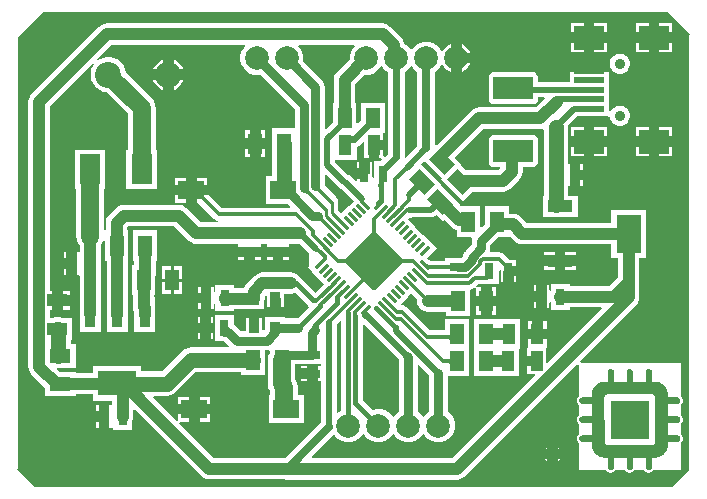
<source format=gtl>
G04*
G04 #@! TF.GenerationSoftware,Altium Limited,Altium Designer,22.9.1 (49)*
G04*
G04 Layer_Physical_Order=1*
G04 Layer_Color=255*
%FSLAX44Y44*%
%MOMM*%
G71*
G04*
G04 #@! TF.SameCoordinates,24B0C1BF-96A6-467D-9BB2-DF91BAA7A13C*
G04*
G04*
G04 #@! TF.FilePolarity,Positive*
G04*
G01*
G75*
%ADD11C,0.4000*%
%ADD14C,0.2540*%
G04:AMPARAMS|DCode=15|XSize=0.3mm|YSize=1mm|CornerRadius=0mm|HoleSize=0mm|Usage=FLASHONLY|Rotation=135.000|XOffset=0mm|YOffset=0mm|HoleType=Round|Shape=Rectangle|*
%AMROTATEDRECTD15*
4,1,4,0.4596,0.2475,-0.2475,-0.4596,-0.4596,-0.2475,0.2475,0.4596,0.4596,0.2475,0.0*
%
%ADD15ROTATEDRECTD15*%

G04:AMPARAMS|DCode=16|XSize=3.6mm|YSize=3.6mm|CornerRadius=0.09mm|HoleSize=0mm|Usage=FLASHONLY|Rotation=45.000|XOffset=0mm|YOffset=0mm|HoleType=Round|Shape=RoundedRectangle|*
%AMROUNDEDRECTD16*
21,1,3.6000,3.4200,0,0,45.0*
21,1,3.4200,3.6000,0,0,45.0*
1,1,0.1800,2.4183,0.0000*
1,1,0.1800,0.0000,-2.4183*
1,1,0.1800,-2.4183,0.0000*
1,1,0.1800,0.0000,2.4183*
%
%ADD16ROUNDEDRECTD16*%
G04:AMPARAMS|DCode=17|XSize=0.3mm|YSize=1mm|CornerRadius=0mm|HoleSize=0mm|Usage=FLASHONLY|Rotation=225.000|XOffset=0mm|YOffset=0mm|HoleType=Round|Shape=Rectangle|*
%AMROTATEDRECTD17*
4,1,4,-0.2475,0.4596,0.4596,-0.2475,0.2475,-0.4596,-0.4596,0.2475,-0.2475,0.4596,0.0*
%
%ADD17ROTATEDRECTD17*%

G04:AMPARAMS|DCode=18|XSize=1.9mm|YSize=3.37mm|CornerRadius=0.0665mm|HoleSize=0mm|Usage=FLASHONLY|Rotation=90.000|XOffset=0mm|YOffset=0mm|HoleType=Round|Shape=RoundedRectangle|*
%AMROUNDEDRECTD18*
21,1,1.9000,3.2370,0,0,90.0*
21,1,1.7670,3.3700,0,0,90.0*
1,1,0.1330,1.6185,0.8835*
1,1,0.1330,1.6185,-0.8835*
1,1,0.1330,-1.6185,-0.8835*
1,1,0.1330,-1.6185,0.8835*
%
%ADD18ROUNDEDRECTD18*%
%ADD19R,0.9000X1.0000*%
%ADD20R,2.1500X1.0000*%
%ADD21R,2.1500X3.2500*%
%ADD22R,2.1500X1.0000*%
%ADD23R,2.1800X1.6000*%
%ADD24R,1.2000X1.8000*%
G04:AMPARAMS|DCode=25|XSize=1.2mm|YSize=1.8mm|CornerRadius=0mm|HoleSize=0mm|Usage=FLASHONLY|Rotation=225.000|XOffset=0mm|YOffset=0mm|HoleType=Round|Shape=Rectangle|*
%AMROTATEDRECTD25*
4,1,4,-0.2121,1.0607,1.0607,-0.2121,0.2121,-1.0607,-1.0607,0.2121,-0.2121,1.0607,0.0*
%
%ADD25ROTATEDRECTD25*%

%ADD26R,1.8000X1.2000*%
%ADD27R,1.1000X1.7000*%
%ADD28R,1.7000X1.1000*%
%ADD29R,2.5000X2.0000*%
%ADD30R,2.5000X0.5000*%
%ADD31R,1.8000X2.5000*%
%ADD32R,0.8000X1.4000*%
%ADD33R,1.4000X0.8000*%
%ADD34R,0.9500X2.1500*%
%ADD35R,3.2500X2.1500*%
%ADD59C,0.7500*%
%ADD60C,0.3000*%
%ADD61C,0.5000*%
%ADD62C,0.7000*%
%ADD63C,1.0000*%
%ADD64C,1.2500*%
%ADD65C,0.6000*%
%ADD66C,0.5600*%
%ADD67C,0.8000*%
%ADD68C,1.5000*%
%ADD69C,2.2000*%
%ADD70C,0.9000*%
%ADD71C,2.0000*%
%ADD72C,1.0000*%
G36*
X570230Y388620D02*
X568960Y387350D01*
Y19050D01*
X554990Y5080D01*
X15240D01*
X0Y20320D01*
X1270Y21590D01*
Y386080D01*
X22860Y407670D01*
X551180D01*
X570230Y388620D01*
D02*
G37*
%LPC*%
G36*
X499530Y398170D02*
X488990D01*
Y390130D01*
X499530D01*
Y398170D01*
D02*
G37*
G36*
X479990D02*
X469450D01*
Y390130D01*
X479990D01*
Y398170D01*
D02*
G37*
G36*
X554530D02*
X543990D01*
Y390130D01*
X554530D01*
Y398170D01*
D02*
G37*
G36*
X534990D02*
X524450D01*
Y390130D01*
X534990D01*
Y398170D01*
D02*
G37*
G36*
X554530Y381130D02*
X543990D01*
Y373090D01*
X554530D01*
Y381130D01*
D02*
G37*
G36*
X534990D02*
X524450D01*
Y373090D01*
X534990D01*
Y381130D01*
D02*
G37*
G36*
X499530Y381130D02*
X488990D01*
Y373090D01*
X499530D01*
Y381130D01*
D02*
G37*
G36*
X479990D02*
X469450D01*
Y373090D01*
X479990D01*
Y381130D01*
D02*
G37*
G36*
X376610Y380077D02*
Y372800D01*
X383887D01*
X383795Y373140D01*
X382145Y376000D01*
X379810Y378335D01*
X376950Y379985D01*
X376610Y380077D01*
D02*
G37*
G36*
X499530Y362670D02*
X488990D01*
Y362130D01*
X499530D01*
Y362670D01*
D02*
G37*
G36*
X479990D02*
X469450D01*
Y362130D01*
X479990D01*
Y362670D01*
D02*
G37*
G36*
X383887Y363800D02*
X376610D01*
Y356523D01*
X376950Y356615D01*
X379810Y358265D01*
X382145Y360600D01*
X383795Y363460D01*
X383887Y363800D01*
D02*
G37*
G36*
X309880Y397698D02*
X76200D01*
X73850Y397388D01*
X71661Y396482D01*
X69781Y395039D01*
X12371Y337629D01*
X10928Y335749D01*
X10022Y333559D01*
X9712Y331210D01*
Y107180D01*
X10022Y104831D01*
X10928Y102641D01*
X12371Y100761D01*
X23830Y89302D01*
Y82140D01*
X49830D01*
Y83557D01*
X64840D01*
Y78380D01*
X80582D01*
Y75422D01*
X80200Y74310D01*
X79312Y74310D01*
X78160D01*
Y64770D01*
Y55230D01*
X80200D01*
Y59383D01*
X81470Y59942D01*
X81660Y59767D01*
Y53770D01*
X97660D01*
Y60566D01*
X98428Y62421D01*
X98738Y64770D01*
Y70485D01*
X99911Y70971D01*
X156491Y14391D01*
X158371Y12948D01*
X160560Y12042D01*
X162910Y11732D01*
X162910Y11732D01*
X225814D01*
X226250Y11552D01*
X228600Y11242D01*
X372449D01*
X374799Y11552D01*
X376988Y12458D01*
X378868Y13901D01*
X474345Y109378D01*
X475615Y108852D01*
Y81782D01*
X475598Y81771D01*
X475232Y81405D01*
X475071Y81165D01*
X474980Y81078D01*
X474805Y80834D01*
X474649Y80487D01*
X474635Y80457D01*
X474476Y80220D01*
X474473Y80208D01*
X474467Y80197D01*
X474397Y80022D01*
X474375Y79907D01*
X474260Y79741D01*
X474242Y79654D01*
X474198Y79578D01*
X474160Y79268D01*
X474094Y78962D01*
X474077Y77724D01*
X474093Y77638D01*
X474082Y77551D01*
X474164Y77249D01*
X474221Y76941D01*
X474268Y76868D01*
X474292Y76783D01*
X474388Y76659D01*
X474411Y76610D01*
X474441Y76462D01*
X474580Y76253D01*
X474687Y76027D01*
X474690Y76024D01*
X474770Y75847D01*
X474945Y75603D01*
X475037Y75516D01*
X475197Y75276D01*
X475266Y75207D01*
X475337Y75102D01*
X475529Y74910D01*
X475615Y74852D01*
Y65725D01*
X475545Y65635D01*
X475529Y65623D01*
X475477Y65593D01*
X475460Y65572D01*
X475424Y65548D01*
X475372Y65495D01*
X475347Y65458D01*
X475325Y65441D01*
X475289Y65377D01*
X475267Y65355D01*
X475128Y65148D01*
X475120Y65139D01*
X475057Y65076D01*
X475041Y65052D01*
X474960Y64962D01*
X474855Y64788D01*
X474849Y64770D01*
X474676Y64546D01*
X474641Y64477D01*
X474636Y64461D01*
X474631Y64455D01*
X474583Y64339D01*
X474571Y64322D01*
X474545Y64256D01*
X474441Y64101D01*
X474402Y63905D01*
X474399Y63897D01*
X474387Y63878D01*
X474384Y63871D01*
X474260Y63691D01*
X474242Y63605D01*
X474198Y63529D01*
X474160Y63219D01*
X474094Y62913D01*
X474077Y61674D01*
X474079Y61660D01*
X474076Y61646D01*
X474151Y61269D01*
X474221Y60892D01*
X474229Y60880D01*
X474232Y60865D01*
X474347Y60693D01*
X474414Y60529D01*
X474518Y60219D01*
X474565Y60163D01*
X474569Y60154D01*
X474581Y60098D01*
X474720Y59890D01*
X474826Y59664D01*
X474863Y59631D01*
X474890Y59585D01*
X475015Y59447D01*
X475023Y59436D01*
X475050Y59409D01*
X475058Y59399D01*
X475197Y59192D01*
X475337Y59052D01*
X475358Y59038D01*
X475477Y58884D01*
X475477Y58884D01*
X475477Y58884D01*
X475542Y58847D01*
X475615Y58774D01*
Y49637D01*
X475563Y49602D01*
X475372Y49411D01*
X475301Y49305D01*
X475232Y49236D01*
X475093Y49028D01*
X475085Y49019D01*
X475040Y48974D01*
X475028Y48957D01*
X475022Y48950D01*
X475004Y48937D01*
X474988Y48913D01*
X474925Y48843D01*
X474821Y48669D01*
X474803Y48620D01*
X474649Y48389D01*
X474631Y48371D01*
X474621Y48347D01*
X474598Y48313D01*
X474593Y48287D01*
X474579Y48264D01*
X474541Y48165D01*
X474441Y48016D01*
X474402Y47820D01*
X474399Y47812D01*
X474387Y47793D01*
X474384Y47786D01*
X474260Y47607D01*
X474242Y47521D01*
X474199Y47445D01*
X474160Y47134D01*
X474094Y46829D01*
X474077Y45590D01*
X474093Y45504D01*
X474082Y45417D01*
X474164Y45115D01*
X474221Y44808D01*
X474268Y44734D01*
X474292Y44650D01*
X474364Y44556D01*
X474408Y44459D01*
X474441Y44292D01*
X474562Y44111D01*
X474606Y44001D01*
X474613Y43991D01*
X474616Y43978D01*
X474643Y43937D01*
X474665Y43889D01*
X474693Y43862D01*
X474742Y43789D01*
X474745Y43777D01*
X474780Y43707D01*
X474888Y43569D01*
X475040Y43334D01*
X475051Y43327D01*
X475057Y43317D01*
X475092Y43282D01*
X475162Y43177D01*
X475266Y43073D01*
X475337Y42968D01*
X475563Y42741D01*
X475615Y42707D01*
Y19725D01*
X498818D01*
X498825Y19705D01*
X498930Y19531D01*
X499012Y19440D01*
X499090Y19340D01*
X499271Y19068D01*
X499375Y18964D01*
X499446Y18859D01*
X499673Y18632D01*
X499778Y18562D01*
X499795Y18544D01*
X499880Y18488D01*
X499945Y18409D01*
X500137Y18252D01*
X500314Y18158D01*
X500469Y18031D01*
X500992Y17751D01*
X501231Y17679D01*
X501280Y17656D01*
X501476Y17521D01*
X501562Y17502D01*
X501639Y17459D01*
X501949Y17420D01*
X502254Y17355D01*
X503493Y17337D01*
X503579Y17353D01*
X503666Y17342D01*
X503968Y17425D01*
X504276Y17481D01*
X504349Y17529D01*
X504434Y17552D01*
X504589Y17673D01*
X504680Y17694D01*
X505064Y17869D01*
X505198Y17965D01*
X505351Y18028D01*
X505560Y18168D01*
X505667Y18274D01*
X505669Y18276D01*
X505941Y18457D01*
X506010Y18527D01*
X506115Y18597D01*
X506220Y18702D01*
X506277Y18787D01*
X506356Y18853D01*
X506513Y19045D01*
X506525Y19067D01*
X506544Y19084D01*
X506789Y19398D01*
X506860Y19539D01*
X506962Y19659D01*
X506998Y19725D01*
X514893D01*
X514964Y19569D01*
X515138Y19325D01*
X515230Y19239D01*
X515390Y18999D01*
X515530Y18859D01*
X515551Y18845D01*
X515671Y18691D01*
X515671Y18691D01*
X515671Y18690D01*
X515727Y18658D01*
X515810Y18551D01*
X515810Y18551D01*
X515810Y18551D01*
X515981Y18454D01*
X516083Y18345D01*
X516328Y18170D01*
X516434Y18123D01*
X516522Y18047D01*
X516735Y17929D01*
X516764Y17909D01*
X516807Y17889D01*
X516815Y17885D01*
X516853Y17848D01*
X517175Y17723D01*
X517434Y17606D01*
X517604Y17492D01*
X517619Y17489D01*
X517632Y17481D01*
X518010Y17412D01*
X518385Y17337D01*
X518400Y17340D01*
X518415Y17337D01*
X519618Y17355D01*
X519924Y17420D01*
X520233Y17459D01*
X520310Y17503D01*
X520396Y17521D01*
X520517Y17605D01*
X520688Y17675D01*
X520998Y17778D01*
X521053Y17826D01*
X521063Y17830D01*
X521120Y17841D01*
X521327Y17980D01*
X521553Y18087D01*
X521586Y18123D01*
X521632Y18151D01*
X521770Y18276D01*
X521781Y18283D01*
X521808Y18311D01*
X521817Y18319D01*
X522025Y18458D01*
X522165Y18597D01*
X522179Y18618D01*
X522333Y18738D01*
X522333Y18738D01*
X522333Y18738D01*
X522365Y18794D01*
X522472Y18877D01*
X522537Y18990D01*
X522543Y18996D01*
X522580Y19027D01*
X522610Y19064D01*
X522629Y19082D01*
X522643Y19104D01*
X522737Y19219D01*
X522766Y19274D01*
X522921Y19519D01*
X522983Y19598D01*
X523014Y19662D01*
X523057Y19725D01*
X530969D01*
X531011Y19623D01*
X531150Y19414D01*
X531257Y19307D01*
X531258Y19305D01*
X531440Y19033D01*
X531544Y18929D01*
X531614Y18824D01*
X531754Y18684D01*
X531870Y18607D01*
X531962Y18503D01*
X532398Y18171D01*
X532542Y18101D01*
X532665Y18000D01*
X533119Y17755D01*
X533362Y17681D01*
X533414Y17656D01*
X533610Y17521D01*
X533696Y17503D01*
X533772Y17459D01*
X534082Y17420D01*
X534388Y17355D01*
X535627Y17337D01*
X535713Y17353D01*
X535800Y17342D01*
X536102Y17425D01*
X536409Y17481D01*
X536483Y17529D01*
X536568Y17552D01*
X536710Y17663D01*
X536773Y17676D01*
X537017Y17781D01*
X537040Y17797D01*
X537041Y17797D01*
X537215Y17867D01*
X537226Y17874D01*
X537239Y17876D01*
X537428Y18003D01*
X537440Y18006D01*
X537510Y18041D01*
X537648Y18148D01*
X537882Y18300D01*
X537889Y18311D01*
X537900Y18318D01*
X537934Y18352D01*
X538040Y18423D01*
X538144Y18527D01*
X538249Y18597D01*
X538476Y18824D01*
X538570Y18965D01*
X538693Y19080D01*
X538741Y19148D01*
X538856Y19289D01*
X538950Y19465D01*
X539077Y19620D01*
X539133Y19725D01*
X561975D01*
Y42399D01*
X561991Y42410D01*
X561998Y42420D01*
X562009Y42427D01*
X562043Y42462D01*
X562149Y42532D01*
X562253Y42636D01*
X562358Y42706D01*
X562585Y42933D01*
X562679Y43074D01*
X562802Y43190D01*
X562851Y43258D01*
X562965Y43398D01*
X563046Y43548D01*
X563158Y43677D01*
X563287Y43903D01*
X563380Y44058D01*
X563455Y44269D01*
X563566Y44463D01*
X563601Y44567D01*
X563606Y44606D01*
X563696Y44737D01*
X563714Y44823D01*
X563758Y44899D01*
X563797Y45209D01*
X563862Y45515D01*
X563880Y46754D01*
X563864Y46840D01*
X563875Y46927D01*
X563792Y47229D01*
X563735Y47536D01*
X563688Y47610D01*
X563665Y47694D01*
X563541Y47853D01*
X563518Y47951D01*
X563308Y48404D01*
X563243Y48494D01*
X563205Y48599D01*
X563101Y48773D01*
X562933Y48959D01*
X562794Y49166D01*
X562690Y49271D01*
X562620Y49376D01*
X562515Y49480D01*
X562430Y49537D01*
X562365Y49617D01*
X562173Y49774D01*
X562150Y49786D01*
X562133Y49805D01*
X561975Y49928D01*
Y58477D01*
X562002Y58504D01*
X562011Y58512D01*
X562219Y58651D01*
X562724Y59157D01*
X562885Y59397D01*
X562977Y59483D01*
X563151Y59728D01*
X563233Y59910D01*
X563270Y59943D01*
X563377Y60169D01*
X563515Y60377D01*
X563545Y60525D01*
X563610Y60662D01*
X563622Y60711D01*
X563725Y60865D01*
X563728Y60880D01*
X563736Y60893D01*
X563805Y61270D01*
X563880Y61646D01*
X563877Y61660D01*
X563880Y61675D01*
X563862Y62879D01*
X563797Y63184D01*
X563758Y63494D01*
X563714Y63571D01*
X563696Y63657D01*
X563581Y63823D01*
X563559Y63938D01*
X563490Y64113D01*
X563419Y64222D01*
X563379Y64345D01*
X563205Y64660D01*
X563182Y64686D01*
X563171Y64718D01*
X563066Y64893D01*
X562898Y65078D01*
X562759Y65286D01*
X562645Y65400D01*
X562642Y65406D01*
X562582Y65461D01*
X562479Y65593D01*
X562479Y65594D01*
X562479Y65594D01*
X562423Y65626D01*
X562340Y65733D01*
X562209Y65808D01*
X562168Y65855D01*
X561975Y66005D01*
Y74561D01*
X561976Y74562D01*
X562184Y74701D01*
X562288Y74805D01*
X562393Y74875D01*
X562533Y75015D01*
X562610Y75130D01*
X562714Y75223D01*
X563046Y75659D01*
X563116Y75802D01*
X563217Y75926D01*
X563462Y76379D01*
X563536Y76622D01*
X563561Y76675D01*
X563696Y76871D01*
X563714Y76957D01*
X563758Y77033D01*
X563797Y77343D01*
X563862Y77649D01*
X563880Y78888D01*
X563864Y78974D01*
X563875Y79062D01*
X563792Y79363D01*
X563735Y79670D01*
X563688Y79744D01*
X563664Y79829D01*
X563544Y79984D01*
X563523Y80074D01*
X563348Y80458D01*
X563280Y80553D01*
X563240Y80663D01*
X563136Y80838D01*
X563053Y80928D01*
X562976Y81028D01*
X562794Y81300D01*
X562690Y81404D01*
X562620Y81510D01*
X562393Y81736D01*
X562288Y81807D01*
X562254Y81841D01*
X562147Y81912D01*
X562063Y82009D01*
X561975Y82077D01*
Y110490D01*
X477253D01*
X476727Y111760D01*
X524369Y159402D01*
X525812Y161282D01*
X526718Y163471D01*
X527028Y165821D01*
Y178860D01*
Y199460D01*
X532700D01*
Y239960D01*
X503200D01*
Y228788D01*
X431750D01*
X426640Y233897D01*
X424760Y235340D01*
X422571Y236247D01*
X420222Y236556D01*
X416400D01*
Y242870D01*
X396400D01*
Y229460D01*
X396322Y228870D01*
Y227847D01*
X393573Y225098D01*
X392400Y225584D01*
Y242870D01*
X375888D01*
X374451Y244307D01*
X374808Y244663D01*
X358933Y260538D01*
X359568Y261173D01*
X342312Y278430D01*
X345140Y281258D01*
X359887Y266512D01*
X359252Y265877D01*
X377637Y247492D01*
X385241Y255096D01*
X411494D01*
X413843Y255406D01*
X416033Y256313D01*
X417913Y257755D01*
X425519Y265361D01*
X426962Y267241D01*
X427868Y269431D01*
X428178Y271780D01*
X428178Y271780D01*
Y276109D01*
X436555D01*
X438375Y276471D01*
X439918Y277502D01*
X440949Y279045D01*
X441311Y280865D01*
Y298535D01*
X440949Y300355D01*
X439918Y301898D01*
X438375Y302929D01*
X436555Y303291D01*
X404185D01*
X402365Y302929D01*
X400822Y301898D01*
X399791Y300355D01*
X399429Y298535D01*
Y280865D01*
X399791Y279045D01*
X400822Y277502D01*
X402365Y276471D01*
X404185Y276109D01*
X408795D01*
X409321Y274839D01*
X407734Y273252D01*
X380161D01*
X375904Y277509D01*
X376539Y278144D01*
X370590Y284093D01*
X394920Y308422D01*
X443230D01*
X444832Y308633D01*
X446101Y307678D01*
Y269240D01*
Y251710D01*
X445200D01*
Y233710D01*
X474700D01*
Y251710D01*
X466778D01*
Y259700D01*
X467940D01*
Y269240D01*
Y278780D01*
X466778D01*
Y310390D01*
X466654Y311333D01*
X474396Y319074D01*
X484490D01*
X484916Y319130D01*
X500888Y319130D01*
X501767Y318636D01*
X501995Y318491D01*
X502569Y316349D01*
X503688Y314411D01*
X505271Y312828D01*
X507209Y311709D01*
X509371Y311130D01*
X511609D01*
X513771Y311709D01*
X515709Y312828D01*
X517292Y314411D01*
X518411Y316349D01*
X518990Y318511D01*
Y320749D01*
X518411Y322911D01*
X517292Y324849D01*
X515709Y326432D01*
X513771Y327551D01*
X511609Y328130D01*
X509371D01*
X507209Y327551D01*
X505271Y326432D01*
X503688Y324849D01*
X502569Y322911D01*
X502260Y321757D01*
X500990Y321924D01*
Y327130D01*
Y335130D01*
Y343130D01*
Y356130D01*
X499530D01*
Y356130D01*
X484490D01*
X469450D01*
Y356130D01*
X467990D01*
Y348186D01*
X441311D01*
Y351735D01*
X440949Y353555D01*
X439918Y355098D01*
X438375Y356129D01*
X436555Y356491D01*
X404185D01*
X402365Y356129D01*
X400822Y355098D01*
X399791Y353555D01*
X399429Y351735D01*
Y334065D01*
X399791Y332245D01*
X400822Y330702D01*
X402365Y329671D01*
X404185Y329309D01*
X436555D01*
X438375Y329671D01*
X439918Y330702D01*
X440949Y332245D01*
X441311Y334065D01*
Y335074D01*
X446307D01*
X446793Y333901D01*
X439470Y326578D01*
X391160D01*
X388811Y326268D01*
X386621Y325362D01*
X384741Y323919D01*
X355448Y294626D01*
X354275Y295112D01*
Y356502D01*
X355306Y357097D01*
X357913Y359704D01*
X359520Y362487D01*
X360712Y362609D01*
X360958Y362536D01*
X362076Y360600D01*
X364410Y358265D01*
X367270Y356615D01*
X367610Y356523D01*
Y368300D01*
X372110D01*
D01*
X367610D01*
Y380077D01*
X367270Y379985D01*
X364410Y378335D01*
X362076Y376000D01*
X360958Y374064D01*
X360712Y373991D01*
X359520Y374113D01*
X357913Y376896D01*
X355306Y379503D01*
X352114Y381346D01*
X348553Y382300D01*
X344867D01*
X341306Y381346D01*
X338114Y379503D01*
X335507Y376896D01*
X334645Y375403D01*
X333375D01*
X332513Y376896D01*
X329906Y379503D01*
X328299Y380430D01*
X328165Y381453D01*
X327258Y383642D01*
X325816Y385522D01*
X316299Y395039D01*
X314419Y396482D01*
X312229Y397388D01*
X309880Y397698D01*
D02*
G37*
G36*
X511609Y372130D02*
X509371D01*
X507209Y371551D01*
X505271Y370432D01*
X503688Y368849D01*
X502569Y366911D01*
X501990Y364749D01*
Y362511D01*
X502569Y360349D01*
X503688Y358411D01*
X505271Y356828D01*
X507209Y355709D01*
X509371Y355130D01*
X511609D01*
X513771Y355709D01*
X515709Y356828D01*
X517292Y358411D01*
X518411Y360349D01*
X518990Y362511D01*
Y364749D01*
X518411Y366911D01*
X517292Y368849D01*
X515709Y370432D01*
X513771Y371551D01*
X511609Y372130D01*
D02*
G37*
G36*
X499530Y310170D02*
X488990D01*
Y302130D01*
X499530D01*
Y310170D01*
D02*
G37*
G36*
X479990D02*
X469450D01*
Y302130D01*
X479990D01*
Y310170D01*
D02*
G37*
G36*
X554530D02*
X543990D01*
Y302130D01*
X554530D01*
Y310170D01*
D02*
G37*
G36*
X534990D02*
X524450D01*
Y302130D01*
X534990D01*
Y310170D01*
D02*
G37*
G36*
X554530Y293130D02*
X543990D01*
Y285090D01*
X554530D01*
Y293130D01*
D02*
G37*
G36*
X534990D02*
X524450D01*
Y285090D01*
X534990D01*
Y293130D01*
D02*
G37*
G36*
X499530Y293130D02*
X488990D01*
Y285090D01*
X499530D01*
Y293130D01*
D02*
G37*
G36*
X479990D02*
X469450D01*
Y285090D01*
X479990D01*
Y293130D01*
D02*
G37*
G36*
X478980Y278780D02*
X476940D01*
Y273740D01*
X478980D01*
Y278780D01*
D02*
G37*
G36*
Y264740D02*
X476940D01*
Y259700D01*
X478980D01*
Y264740D01*
D02*
G37*
G36*
X69160Y74310D02*
X67120D01*
Y69270D01*
X69160D01*
Y74310D01*
D02*
G37*
G36*
Y60270D02*
X67120D01*
Y55230D01*
X69160D01*
Y60270D01*
D02*
G37*
G36*
X457890Y39128D02*
Y37520D01*
X459498D01*
X459423Y37650D01*
X458020Y39053D01*
X457890Y39128D01*
D02*
G37*
G36*
X448890D02*
X448760Y39053D01*
X447356Y37650D01*
X447282Y37520D01*
X448890D01*
Y39128D01*
D02*
G37*
G36*
X459498Y28520D02*
X457890D01*
Y26912D01*
X458020Y26986D01*
X459423Y28390D01*
X459498Y28520D01*
D02*
G37*
G36*
X448890D02*
X447282D01*
X447356Y28390D01*
X448760Y26986D01*
X448890Y26912D01*
Y28520D01*
D02*
G37*
%LPD*%
G36*
X286083Y378272D02*
X284707Y376896D01*
X282864Y373704D01*
X281910Y370143D01*
Y367138D01*
X271141Y356369D01*
X269699Y354489D01*
X268792Y352299D01*
X268482Y349950D01*
Y330500D01*
X267560D01*
Y313772D01*
X261720Y307932D01*
X260547Y308418D01*
Y344170D01*
X260280Y346193D01*
X259500Y348078D01*
X258257Y349697D01*
X242367Y365588D01*
X242600Y366457D01*
Y370143D01*
X241646Y373704D01*
X239803Y376896D01*
X238427Y378272D01*
X238953Y379542D01*
X285557D01*
X286083Y378272D01*
D02*
G37*
G36*
X335507Y359704D02*
X338114Y357097D01*
X339145Y356502D01*
Y293807D01*
X329458Y284120D01*
X328370Y284828D01*
Y356211D01*
X329906Y357097D01*
X332513Y359704D01*
X333375Y361197D01*
X334645D01*
X335507Y359704D01*
D02*
G37*
G36*
X310107D02*
X312714Y357097D01*
X314250Y356211D01*
Y287484D01*
X311570Y284805D01*
X310300Y285331D01*
Y290140D01*
X306760D01*
Y283600D01*
X308569D01*
X309040Y282463D01*
X308256Y281510D01*
X302260D01*
Y267045D01*
X302070Y266801D01*
X300800Y267237D01*
Y280050D01*
X298760D01*
Y270510D01*
X294260D01*
Y266010D01*
X287720D01*
Y264547D01*
X286547Y264061D01*
X282534Y268074D01*
X281176Y269116D01*
X280609Y269351D01*
X269446Y280513D01*
Y282140D01*
X287760D01*
Y293367D01*
X289350Y294025D01*
X290812Y295148D01*
X293047Y297382D01*
X294220Y296896D01*
Y283600D01*
X297760D01*
Y294640D01*
X302260D01*
Y299140D01*
X310300D01*
Y304500D01*
X311560D01*
Y330500D01*
X291560D01*
Y315843D01*
X291467Y315772D01*
X288733Y313038D01*
X287560Y313524D01*
Y330500D01*
X286638D01*
Y346190D01*
X294748Y354300D01*
X297753D01*
X301314Y355254D01*
X304506Y357097D01*
X307113Y359704D01*
X307975Y361197D01*
X309245D01*
X310107Y359704D01*
D02*
G37*
G36*
X311714Y263500D02*
X311374Y263381D01*
X311074Y263181D01*
X310814Y262901D01*
X310594Y262540D01*
X310414Y262101D01*
X310274Y261581D01*
X310174Y260980D01*
X310114Y260301D01*
X310094Y259541D01*
X306094D01*
X306290Y263540D01*
X312094D01*
X311714Y263500D01*
D02*
G37*
G36*
X193373Y378272D02*
X191997Y376896D01*
X190154Y373704D01*
X189200Y370143D01*
Y366457D01*
X190154Y362896D01*
X191997Y359704D01*
X194604Y357097D01*
X197796Y355254D01*
X201357Y354300D01*
X205043D01*
X205912Y354533D01*
X235293Y325152D01*
Y308910D01*
X215930D01*
Y296264D01*
X215822Y295440D01*
Y268540D01*
X210790D01*
Y244540D01*
X229535D01*
X231397Y242678D01*
X230912Y241504D01*
X173556D01*
X163020Y252040D01*
X152190D01*
Y246000D01*
X153199D01*
X167268Y231931D01*
X169087Y230716D01*
X170486Y230438D01*
X170361Y229168D01*
X155780D01*
X143579Y241369D01*
X141699Y242812D01*
X139509Y243718D01*
X137160Y244028D01*
X90378D01*
X88028Y243718D01*
X85839Y242812D01*
X83959Y241369D01*
X78101Y235511D01*
X76659Y233631D01*
X75752Y231442D01*
X75442Y229092D01*
Y223508D01*
X75057Y223108D01*
X74674Y222922D01*
X73419Y223598D01*
Y257820D01*
X74820D01*
Y290820D01*
X48820D01*
Y257820D01*
X50221D01*
Y217580D01*
X50616Y214578D01*
X51775Y211780D01*
X53152Y209985D01*
Y204962D01*
X52770Y203850D01*
X51882Y203850D01*
X50730D01*
Y194310D01*
Y184770D01*
X52770D01*
X53152Y183658D01*
Y151270D01*
X53340Y149845D01*
Y136380D01*
X70840D01*
Y148538D01*
X70998Y148920D01*
X71308Y151270D01*
Y194310D01*
Y210109D01*
X72275Y211370D01*
X73250Y213724D01*
X74520Y213471D01*
Y196550D01*
X76012D01*
Y151130D01*
X76322Y148780D01*
X76340Y148736D01*
Y136380D01*
X93840D01*
Y148736D01*
X93858Y148780D01*
X94168Y151130D01*
Y196550D01*
X94520D01*
Y222550D01*
X93598D01*
Y225332D01*
X94138Y225872D01*
X133400D01*
X145601Y213671D01*
X147481Y212229D01*
X149670Y211322D01*
X152020Y211012D01*
X186198D01*
X187310Y210630D01*
X187310Y209742D01*
Y208590D01*
X196850D01*
X206390D01*
Y210630D01*
X207502Y211012D01*
X210328D01*
X211440Y210630D01*
X211440Y209742D01*
Y208590D01*
X220980D01*
X230520D01*
Y210630D01*
X231632Y211012D01*
X239794D01*
X247316Y203490D01*
Y192750D01*
X247565Y192501D01*
X246151Y191087D01*
X249687Y187552D01*
X257465Y179773D01*
X260217Y177021D01*
X252934Y169738D01*
X240546Y182126D01*
X240289Y182298D01*
X240271Y182339D01*
X238829Y184219D01*
X236949Y185662D01*
X234760Y186568D01*
X232410Y186878D01*
X207808D01*
X207808Y186878D01*
X205458Y186568D01*
X203269Y185662D01*
X201389Y184219D01*
X194261Y177091D01*
X192819Y175211D01*
X192212Y173748D01*
X184020D01*
Y176100D01*
X168020D01*
Y170103D01*
X167830Y169928D01*
X166560Y170487D01*
Y174640D01*
X164520D01*
Y165100D01*
Y155560D01*
X166560D01*
Y159713D01*
X167830Y160272D01*
X168020Y160097D01*
Y154100D01*
X184020D01*
Y155592D01*
X200680D01*
X201270Y155670D01*
X209180D01*
Y161673D01*
X209448Y162320D01*
X209758Y164670D01*
Y166877D01*
X210716Y167664D01*
X211840Y167198D01*
Y157430D01*
X214380D01*
Y164970D01*
X223380D01*
Y157430D01*
X225920D01*
Y168722D01*
X232410D01*
X234760Y169032D01*
X235875Y169494D01*
X246522Y158847D01*
X246861Y158620D01*
X246986Y157356D01*
X237869Y148239D01*
X227380D01*
Y149170D01*
X210380D01*
Y139241D01*
X208990Y137851D01*
X207720Y138377D01*
Y147910D01*
X205180D01*
Y140370D01*
X196180D01*
Y147910D01*
X193640D01*
Y137099D01*
X189652D01*
X184596Y142156D01*
X183640Y142889D01*
Y150700D01*
X167640D01*
Y140224D01*
X167571Y139700D01*
Y136700D01*
X167640Y136176D01*
Y128700D01*
X173695D01*
X173802Y128656D01*
X175496Y128433D01*
X179387Y124542D01*
X178901Y123368D01*
X147320D01*
X144644Y123016D01*
X142151Y121983D01*
X140010Y120340D01*
X122718Y103048D01*
X105340D01*
Y107880D01*
X64840D01*
Y101713D01*
X49830D01*
Y102140D01*
X36668D01*
X33841Y104967D01*
X34327Y106140D01*
X34527D01*
X35199Y106052D01*
X35872Y106140D01*
X49830D01*
Y126140D01*
X45538D01*
Y129630D01*
X46790D01*
Y148630D01*
X38299D01*
X37125Y149116D01*
X34450Y149468D01*
X34290D01*
X31614Y149116D01*
X30440Y148630D01*
X27868D01*
Y155090D01*
X29790D01*
Y163130D01*
Y171170D01*
X27868D01*
Y327450D01*
X64254Y363837D01*
X65241Y363027D01*
X64177Y361435D01*
X63046Y358705D01*
X62470Y355807D01*
Y352853D01*
X63046Y349955D01*
X64177Y347225D01*
X65819Y344768D01*
X67908Y342679D01*
X70365Y341037D01*
X73095Y339907D01*
X75993Y339330D01*
X76066D01*
X94221Y321175D01*
Y290820D01*
X92820D01*
Y257820D01*
X118820D01*
Y290820D01*
X117419D01*
Y325980D01*
X117024Y328982D01*
X115865Y331780D01*
X114022Y334182D01*
X92470Y355734D01*
Y355807D01*
X91894Y358705D01*
X90763Y361435D01*
X89121Y363892D01*
X87032Y365981D01*
X84575Y367623D01*
X81845Y368754D01*
X78947Y369330D01*
X75993D01*
X73095Y368754D01*
X70365Y367623D01*
X68773Y366559D01*
X67963Y367546D01*
X79960Y379542D01*
X192847D01*
X193373Y378272D01*
D02*
G37*
G36*
X246911Y258182D02*
X247062Y257753D01*
X247314Y257256D01*
X247668Y256691D01*
X248122Y256057D01*
X249332Y254586D01*
X250946Y252842D01*
X251904Y251867D01*
X249783Y249746D01*
X248808Y250704D01*
X245592Y253528D01*
X244959Y253982D01*
X244394Y254336D01*
X243897Y254588D01*
X243468Y254739D01*
X243108Y254790D01*
X246860Y258542D01*
X246911Y258182D01*
D02*
G37*
G36*
X334292Y250733D02*
X334208Y250571D01*
X334133Y250387D01*
X334069Y250182D01*
X334014Y249958D01*
X333969Y249712D01*
X333910Y249158D01*
X333895Y248850D01*
X333890Y248521D01*
X330890D01*
X330885Y248850D01*
X330811Y249712D01*
X330766Y249958D01*
X330711Y250182D01*
X330647Y250387D01*
X330572Y250571D01*
X330488Y250733D01*
X330393Y250876D01*
X334387D01*
X334292Y250733D01*
D02*
G37*
G36*
X272614Y258802D02*
X273972Y257760D01*
X274540Y257525D01*
X285044Y247021D01*
X281224Y243201D01*
X274770Y236747D01*
X271989Y239528D01*
Y246464D01*
X271969Y246568D01*
X271994Y246694D01*
X271567Y248840D01*
X270351Y250659D01*
X260547Y260464D01*
Y269210D01*
X261720Y269696D01*
X272614Y258802D01*
D02*
G37*
G36*
X273265Y232452D02*
X274737Y231158D01*
X274815Y231128D01*
X274860Y231137D01*
X272781Y229059D01*
X272790Y229104D01*
X272760Y229181D01*
X272692Y229292D01*
X272584Y229436D01*
X272253Y229824D01*
X271126Y230996D01*
X272922Y232792D01*
X273265Y232452D01*
D02*
G37*
G36*
X269569Y228755D02*
X270647Y227823D01*
X270842Y227694D01*
X271007Y227608D01*
X271143Y227564D01*
X271248Y227562D01*
X271324Y227601D01*
X269246Y225523D01*
X269224Y225537D01*
X269166Y225587D01*
X268346Y226384D01*
X267428Y227298D01*
X269224Y229094D01*
X269569Y228755D01*
D02*
G37*
G36*
X303775Y222928D02*
X303893Y221481D01*
X303997Y220893D01*
X304130Y220396D01*
X304292Y219989D01*
X304484Y219672D01*
X304706Y219446D01*
X304958Y219310D01*
X305238Y219265D01*
X299282D01*
X299562Y219310D01*
X299814Y219446D01*
X300036Y219672D01*
X300228Y219989D01*
X300390Y220396D01*
X300523Y220893D01*
X300627Y221481D01*
X300701Y222159D01*
X300760Y223787D01*
X303760D01*
X303775Y222928D01*
D02*
G37*
G36*
X421571Y213291D02*
X423451Y211849D01*
X425640Y210942D01*
X427990Y210632D01*
X503200D01*
Y199460D01*
X508872D01*
Y182620D01*
X501700Y175448D01*
X468120D01*
Y177370D01*
X452120D01*
Y171373D01*
X451930Y171198D01*
X450660Y171757D01*
Y175910D01*
X448620D01*
Y166370D01*
Y156830D01*
X450660D01*
Y160983D01*
X451930Y161542D01*
X452120Y161367D01*
Y155370D01*
X468120D01*
Y157292D01*
X494925D01*
X495411Y156119D01*
X449203Y109911D01*
X448030Y110398D01*
X448030Y122600D01*
X448730Y123580D01*
X448730Y123780D01*
Y130120D01*
X432650D01*
X432650Y123780D01*
X431950Y122800D01*
X431950Y122600D01*
Y116260D01*
X439990D01*
Y107260D01*
X431950D01*
Y100720D01*
X438353D01*
X438839Y99547D01*
X368689Y29398D01*
X250035D01*
X249549Y30571D01*
X268021Y49043D01*
X269280Y48877D01*
X269467Y48554D01*
X272074Y45947D01*
X275266Y44104D01*
X278827Y43150D01*
X282513D01*
X286074Y44104D01*
X289266Y45947D01*
X291873Y48554D01*
X292735Y50047D01*
X294005D01*
X294867Y48554D01*
X297474Y45947D01*
X300666Y44104D01*
X304227Y43150D01*
X307913D01*
X311474Y44104D01*
X314666Y45947D01*
X317273Y48554D01*
X318135Y50047D01*
X319405D01*
X320267Y48554D01*
X322874Y45947D01*
X326066Y44104D01*
X329627Y43150D01*
X333313D01*
X336874Y44104D01*
X340066Y45947D01*
X342673Y48554D01*
X343535Y50047D01*
X344805D01*
X345667Y48554D01*
X348274Y45947D01*
X351466Y44104D01*
X355027Y43150D01*
X358713D01*
X362274Y44104D01*
X365466Y45947D01*
X368073Y48554D01*
X369916Y51746D01*
X370870Y55307D01*
Y58993D01*
X369916Y62554D01*
X368073Y65746D01*
X365466Y68353D01*
X364687Y68803D01*
Y98760D01*
X382810D01*
Y121620D01*
Y147620D01*
X362810D01*
Y137688D01*
X349754D01*
X329806Y157635D01*
X327987Y158851D01*
X325841Y159278D01*
X325673D01*
X325187Y160451D01*
X331004Y166268D01*
X333756Y169020D01*
X339055Y163721D01*
X338902Y162560D01*
X339212Y160210D01*
X340118Y158021D01*
X341561Y156141D01*
X343441Y154698D01*
X345630Y153792D01*
X347980Y153482D01*
X363380D01*
Y149560D01*
X383380D01*
Y172251D01*
X385230Y172619D01*
X387049Y173835D01*
X387751Y174536D01*
X388840Y173829D01*
X388840Y172942D01*
Y167060D01*
X392880D01*
Y174100D01*
X390078D01*
X389111Y174100D01*
X388404Y175189D01*
X390067Y176852D01*
X398360D01*
X398902Y176960D01*
X408050D01*
Y188048D01*
X409320Y188727D01*
X409510Y188600D01*
Y178420D01*
X411550D01*
Y187960D01*
X416050D01*
Y192460D01*
X422590D01*
Y197500D01*
X417441D01*
X412515Y202425D01*
X410696Y203641D01*
X408550Y204068D01*
X401583D01*
X400727Y205179D01*
X400704Y205338D01*
X400956Y207251D01*
X400956Y207252D01*
Y210371D01*
X407455Y216870D01*
X416400D01*
Y216870D01*
X417670Y217192D01*
X421571Y213291D01*
D02*
G37*
G36*
X360666Y230521D02*
X361614Y231469D01*
X368171Y224911D01*
X370051Y223468D01*
X372240Y222562D01*
X372400Y222541D01*
Y216870D01*
X384726D01*
X385586Y215634D01*
X385584Y215600D01*
X385322Y213609D01*
Y210489D01*
X379773Y204940D01*
X378530Y203321D01*
X378073Y202217D01*
X377749Y201436D01*
X377660Y200755D01*
X376362Y199457D01*
X373630D01*
X373122Y199390D01*
X362380D01*
Y196624D01*
X350297D01*
X349465Y197456D01*
X349006Y197763D01*
X347515Y199254D01*
X355470Y207209D01*
X347692Y214987D01*
X344156Y218523D01*
X337085Y225594D01*
X330797Y231882D01*
X331728Y232812D01*
X331768D01*
X333464Y233036D01*
X334522Y233474D01*
X350350D01*
X352047Y233697D01*
X353628Y234352D01*
X354986Y235394D01*
X355389Y235798D01*
X360666Y230521D01*
D02*
G37*
G36*
X324720Y199548D02*
X324856Y199296D01*
X325082Y199074D01*
X325399Y198882D01*
X325806Y198720D01*
X326303Y198587D01*
X326891Y198483D01*
X327569Y198409D01*
X329197Y198350D01*
Y195350D01*
X328338Y195335D01*
X326891Y195217D01*
X326303Y195114D01*
X325806Y194980D01*
X325399Y194818D01*
X325082Y194626D01*
X324856Y194404D01*
X324720Y194153D01*
X324675Y193872D01*
Y199828D01*
X324720Y199548D01*
D02*
G37*
G36*
X279845Y193872D02*
X279799Y194153D01*
X279664Y194404D01*
X279438Y194626D01*
X279121Y194818D01*
X278714Y194980D01*
X278217Y195114D01*
X277629Y195217D01*
X276951Y195291D01*
X275323Y195350D01*
Y198350D01*
X276182Y198365D01*
X277629Y198483D01*
X278217Y198587D01*
X278714Y198720D01*
X279121Y198882D01*
X279438Y199074D01*
X279664Y199296D01*
X279799Y199548D01*
X279845Y199828D01*
Y193872D01*
D02*
G37*
G36*
X295149Y178567D02*
X294926Y178747D01*
X294682Y178863D01*
X294415Y178915D01*
X294128Y178903D01*
X293818Y178827D01*
X293487Y178687D01*
X293134Y178482D01*
X292760Y178214D01*
X292363Y177881D01*
X291946Y177485D01*
X289824Y179606D01*
X290221Y180024D01*
X290553Y180420D01*
X290822Y180794D01*
X291026Y181147D01*
X291166Y181478D01*
X291243Y181788D01*
X291255Y182076D01*
X291203Y182342D01*
X291087Y182587D01*
X290907Y182810D01*
X295149Y178567D01*
D02*
G37*
G36*
X288270Y151031D02*
X285070D01*
X285089Y151076D01*
X285106Y151157D01*
X285121Y151275D01*
X285145Y151619D01*
X285170Y153117D01*
X288170D01*
X288270Y151031D01*
D02*
G37*
G36*
X254739Y142443D02*
X254764Y142289D01*
X254806Y142130D01*
X254866Y141965D01*
X254942Y141795D01*
X255036Y141620D01*
X255146Y141440D01*
X255418Y141064D01*
X255579Y140869D01*
X249881D01*
X250042Y141064D01*
X250314Y141440D01*
X250424Y141620D01*
X250518Y141795D01*
X250594Y141965D01*
X250654Y142130D01*
X250696Y142289D01*
X250721Y142443D01*
X250730Y142592D01*
X254730D01*
X254739Y142443D01*
D02*
G37*
G36*
X366871Y129080D02*
X366841Y129365D01*
X366750Y129620D01*
X366598Y129845D01*
X366386Y130040D01*
X366113Y130205D01*
X365780Y130340D01*
X365386Y130445D01*
X364931Y130520D01*
X364416Y130565D01*
X363840Y130580D01*
Y133580D01*
X364416Y133595D01*
X364931Y133640D01*
X365386Y133715D01*
X365780Y133820D01*
X366113Y133955D01*
X366386Y134120D01*
X366598Y134315D01*
X366750Y134540D01*
X366841Y134795D01*
X366871Y135080D01*
Y129080D01*
D02*
G37*
G36*
Y108760D02*
X366841Y109045D01*
X366750Y109300D01*
X366598Y109525D01*
X366386Y109720D01*
X366113Y109885D01*
X365780Y110020D01*
X365386Y110125D01*
X364931Y110200D01*
X364416Y110245D01*
X363840Y110260D01*
Y113260D01*
X364416Y113275D01*
X364931Y113320D01*
X365386Y113395D01*
X365780Y113500D01*
X366113Y113635D01*
X366386Y113800D01*
X366598Y113995D01*
X366750Y114220D01*
X366841Y114475D01*
X366871Y114760D01*
Y108760D01*
D02*
G37*
G36*
X214090Y120125D02*
Y118889D01*
X214045Y118830D01*
X212886Y116032D01*
X212491Y113030D01*
Y92140D01*
X212886Y89138D01*
X214045Y86340D01*
X214711Y85472D01*
Y83120D01*
X213330D01*
Y59120D01*
X243130D01*
Y83120D01*
X237909D01*
Y89920D01*
X237514Y92922D01*
X236355Y95719D01*
X235689Y96588D01*
Y109403D01*
X239190D01*
Y109220D01*
X257604D01*
Y107760D01*
X254690D01*
Y101220D01*
Y94680D01*
X257604D01*
Y60022D01*
X227470Y29888D01*
X166670D01*
X137248Y59310D01*
X137774Y60580D01*
X145730D01*
Y66620D01*
X136790D01*
Y61564D01*
X135520Y61038D01*
X115359Y81198D01*
X115845Y82372D01*
X127000D01*
X129676Y82724D01*
X132169Y83757D01*
X134310Y85400D01*
X151602Y102692D01*
X190090D01*
Y100030D01*
X210090D01*
Y110459D01*
X210428Y113030D01*
X210090Y115601D01*
Y120961D01*
X211580D01*
X212820Y121124D01*
X214090Y120125D01*
D02*
G37*
G36*
X535673Y105084D02*
X535708Y105014D01*
X535865Y104962D01*
X536144Y104892D01*
X536249Y104787D01*
X536388Y104752D01*
X536702Y104508D01*
X536772Y104438D01*
X536842Y104403D01*
X537069Y104177D01*
X537104Y104107D01*
X537243Y103967D01*
X537278Y103897D01*
X537348Y103828D01*
X537418Y103653D01*
X537453Y103583D01*
X537557Y103339D01*
X537697Y102886D01*
X537732Y102537D01*
X537766Y94407D01*
X541081Y94373D01*
X541535Y94338D01*
X541744Y94303D01*
X541918Y94268D01*
X542389Y94215D01*
X542616Y94163D01*
X542808Y94111D01*
X542948Y94076D01*
X543192Y94041D01*
X543541Y93902D01*
X543802Y93849D01*
X543994Y93762D01*
X544134Y93727D01*
X544361Y93640D01*
X544553Y93553D01*
X544744Y93500D01*
X544832Y93413D01*
X545024Y93361D01*
X545146Y93273D01*
X545320Y93204D01*
X545390Y93169D01*
X545564Y93064D01*
X546053Y92785D01*
X546123Y92715D01*
X546297Y92611D01*
X546541Y92471D01*
X546646Y92366D01*
X546768Y92314D01*
X546786Y92262D01*
X546855Y92227D01*
X547047Y92070D01*
X547169Y91982D01*
X547274Y91878D01*
X547344Y91843D01*
X547518Y91669D01*
X547588Y91634D01*
X547623Y91564D01*
X547693Y91529D01*
X548303Y90918D01*
X548321Y90866D01*
X548391Y90831D01*
X548478Y90709D01*
X548617Y90569D01*
X548652Y90500D01*
X548792Y90360D01*
X548896Y90186D01*
X548966Y90116D01*
X549001Y90046D01*
X549106Y89942D01*
X549141Y89872D01*
X549315Y89628D01*
X549350Y89558D01*
X549420Y89488D01*
X549699Y88999D01*
X549769Y88930D01*
X549804Y88790D01*
X549943Y88581D01*
X549978Y88441D01*
X550118Y88232D01*
X550170Y88040D01*
X550257Y87953D01*
X550309Y87726D01*
X550432Y87499D01*
X550501Y87220D01*
X550606Y86976D01*
X550641Y86836D01*
X550693Y86644D01*
X550780Y86418D01*
X550833Y86086D01*
X550920Y85789D01*
X550955Y85650D01*
X551007Y85179D01*
X551042Y84970D01*
X551077Y84795D01*
X551112Y84342D01*
X551147Y81027D01*
X551251Y80992D01*
X559695Y80957D01*
X559869Y80887D01*
X560114Y80818D01*
X560288Y80748D01*
X560358Y80678D01*
X560497Y80643D01*
X560811Y80399D01*
X560881Y80329D01*
X560951Y80294D01*
X561178Y80068D01*
X561213Y79998D01*
X561352Y79858D01*
X561387Y79788D01*
X561492Y79614D01*
X561666Y79230D01*
X561701Y79091D01*
X561788Y78934D01*
X561841Y78916D01*
X561823Y77678D01*
X561754Y77643D01*
X561701Y77486D01*
X561666Y77346D01*
X561422Y76893D01*
X561091Y76456D01*
X560951Y76317D01*
X560881Y76282D01*
X560742Y76142D01*
X560567Y76038D01*
X560253Y75863D01*
X560079Y75793D01*
X559887Y75741D01*
X559590Y75654D01*
X558823Y75619D01*
X551234Y75637D01*
X551129Y75567D01*
X551147Y64943D01*
X551286Y64908D01*
X559765Y64873D01*
X560009Y64768D01*
X560201Y64716D01*
X560428Y64594D01*
X560602Y64489D01*
X560916Y64245D01*
X561003Y64193D01*
X561038Y64123D01*
X561091Y64071D01*
X561143Y64053D01*
X561178Y63983D01*
X561317Y63844D01*
X561422Y63669D01*
X561596Y63355D01*
X561666Y63181D01*
X561719Y62954D01*
X561754Y62884D01*
X561823Y62849D01*
X561841Y61646D01*
X561788Y61593D01*
X561736Y61576D01*
X561631Y61157D01*
X561527Y61052D01*
X561492Y60913D01*
X561317Y60669D01*
X561282Y60599D01*
X560776Y60093D01*
X560602Y59988D01*
X560532Y59918D01*
X560305Y59831D01*
X560253Y59779D01*
X560009Y59709D01*
X559660Y59605D01*
X559520Y59570D01*
X551147Y59535D01*
X551129Y48911D01*
X551182Y48858D01*
X551321Y48823D01*
X551426Y48858D01*
X559660Y48823D01*
X559835Y48754D01*
X560079Y48684D01*
X560253Y48614D01*
X560567Y48440D01*
X560881Y48196D01*
X561073Y48038D01*
X561178Y47934D01*
X561213Y47864D01*
X561352Y47724D01*
X561457Y47550D01*
X561666Y47096D01*
X561701Y46957D01*
X561788Y46800D01*
X561841Y46782D01*
X561823Y45544D01*
X561754Y45509D01*
X561701Y45352D01*
X561666Y45212D01*
X561631Y45108D01*
X561527Y44933D01*
X561387Y44689D01*
X561230Y44497D01*
X561143Y44375D01*
X560916Y44148D01*
X560846Y44113D01*
X560707Y43974D01*
X560637Y43939D01*
X560567Y43869D01*
X560393Y43799D01*
X560323Y43764D01*
X560079Y43660D01*
X559625Y43520D01*
X559381Y43485D01*
X551147Y43450D01*
X551112Y40171D01*
X551077Y39682D01*
X551042Y39508D01*
X550972Y39089D01*
X550938Y38740D01*
X550903Y38601D01*
X550815Y38304D01*
X550763Y38008D01*
X550693Y37833D01*
X550641Y37641D01*
X550589Y37414D01*
X550466Y37118D01*
X550414Y36926D01*
X550362Y36874D01*
X550292Y36699D01*
X550240Y36507D01*
X550187Y36455D01*
X550048Y36106D01*
X549978Y36036D01*
X549926Y35844D01*
X549838Y35757D01*
X549769Y35583D01*
X549734Y35513D01*
X549664Y35443D01*
X549490Y35129D01*
X549193Y34693D01*
X549141Y34641D01*
X549036Y34466D01*
X548966Y34396D01*
X548931Y34327D01*
X548827Y34222D01*
X548792Y34152D01*
X548635Y33960D01*
X548548Y33838D01*
X548408Y33699D01*
X548373Y33629D01*
X548303Y33594D01*
X548268Y33524D01*
X547658Y32914D01*
X547606Y32896D01*
X547571Y32826D01*
X547361Y32652D01*
X547309Y32600D01*
X547239Y32565D01*
X547135Y32460D01*
X547065Y32425D01*
X546873Y32268D01*
X546524Y31989D01*
X545687Y31466D01*
X545425Y31344D01*
X545355Y31274D01*
X545163Y31221D01*
X545076Y31134D01*
X544797Y31030D01*
X544553Y30925D01*
X544413Y30890D01*
X544343Y30820D01*
X544099Y30750D01*
X543960Y30715D01*
X543715Y30611D01*
X543576Y30576D01*
X543384Y30524D01*
X543157Y30436D01*
X542826Y30384D01*
X542529Y30297D01*
X542389Y30262D01*
X541918Y30210D01*
X541709Y30175D01*
X541535Y30140D01*
X541081Y30105D01*
X537766Y30070D01*
X537732Y29965D01*
X537697Y21522D01*
X537627Y21347D01*
X537557Y21103D01*
X537278Y20580D01*
X537121Y20388D01*
X537034Y20266D01*
X536807Y20039D01*
X536737Y20004D01*
X536598Y19865D01*
X536528Y19830D01*
X536458Y19760D01*
X536284Y19690D01*
X536214Y19655D01*
X535970Y19551D01*
X535830Y19516D01*
X535673Y19429D01*
X535656Y19376D01*
X534417Y19394D01*
X534382Y19463D01*
X534225Y19516D01*
X534086Y19551D01*
X533632Y19795D01*
X533196Y20126D01*
X533056Y20266D01*
X533021Y20336D01*
X532882Y20475D01*
X532847Y20545D01*
X532707Y20754D01*
X532533Y21138D01*
X532481Y21330D01*
X532428Y21487D01*
X532393Y21627D01*
X532359Y22394D01*
X532376Y29983D01*
X532306Y30087D01*
X521682Y30070D01*
X521647Y29931D01*
X521612Y21487D01*
X521543Y21313D01*
X521508Y21173D01*
X521421Y20946D01*
X521368Y20894D01*
X521281Y20667D01*
X521194Y20580D01*
X521159Y20510D01*
X521002Y20318D01*
X520932Y20214D01*
X520862Y20179D01*
X520810Y20126D01*
X520793Y20074D01*
X520723Y20039D01*
X520583Y19900D01*
X520409Y19795D01*
X520339Y19725D01*
X520199Y19690D01*
X519990Y19551D01*
X519711Y19516D01*
X519624Y19463D01*
X519589Y19394D01*
X518385Y19376D01*
X518246Y19516D01*
X517949Y19568D01*
X517827Y19655D01*
X517513Y19830D01*
X517269Y20004D01*
X517199Y20074D01*
X517146Y20092D01*
X517112Y20161D01*
X517059Y20214D01*
X517007Y20231D01*
X516972Y20301D01*
X516832Y20440D01*
X516797Y20510D01*
X516623Y20754D01*
X516588Y20894D01*
X516518Y20964D01*
X516449Y21208D01*
X516361Y21435D01*
X516326Y21609D01*
X516292Y30018D01*
X516257Y30087D01*
X505615Y30053D01*
X505563Y29896D01*
X505598Y29791D01*
X505563Y21557D01*
X505493Y21382D01*
X505423Y21138D01*
X505354Y20964D01*
X505179Y20650D01*
X504935Y20336D01*
X504778Y20144D01*
X504673Y20039D01*
X504604Y20004D01*
X504499Y19900D01*
X504429Y19865D01*
X504220Y19725D01*
X503836Y19551D01*
X503696Y19516D01*
X503539Y19429D01*
X503522Y19376D01*
X502283Y19394D01*
X502248Y19463D01*
X502091Y19516D01*
X501952Y19551D01*
X501428Y19830D01*
X501237Y19987D01*
X501184Y20039D01*
X501114Y20074D01*
X500888Y20301D01*
X500853Y20371D01*
X500713Y20510D01*
X500678Y20580D01*
X500574Y20754D01*
X500399Y21138D01*
X500260Y21592D01*
X500225Y21836D01*
X500190Y30070D01*
X496875Y30105D01*
X496422Y30140D01*
X496247Y30175D01*
X496038Y30210D01*
X495567Y30262D01*
X495340Y30314D01*
X495044Y30401D01*
X494747Y30454D01*
X494572Y30524D01*
X494381Y30576D01*
X494154Y30628D01*
X493857Y30750D01*
X493630Y30838D01*
X493578Y30890D01*
X493351Y30942D01*
X493125Y31064D01*
X492898Y31152D01*
X492845Y31204D01*
X492671Y31274D01*
X492217Y31518D01*
X492148Y31588D01*
X492008Y31623D01*
X491903Y31727D01*
X491659Y31867D01*
X491171Y32216D01*
X490979Y32373D01*
X490927Y32425D01*
X490752Y32530D01*
X490682Y32600D01*
X490612Y32634D01*
X490299Y32949D01*
X490229Y32983D01*
X489653Y33559D01*
X489618Y33629D01*
X489339Y33908D01*
X489304Y33978D01*
X489165Y34117D01*
X489130Y34187D01*
X489025Y34292D01*
X488990Y34362D01*
X488938Y34449D01*
X488885Y34466D01*
X488781Y34641D01*
X488711Y34710D01*
X488571Y34955D01*
X488327Y35338D01*
X488223Y35513D01*
X488048Y35827D01*
X487978Y36001D01*
X487943Y36071D01*
X487874Y36141D01*
X487839Y36281D01*
X487664Y36664D01*
X487629Y36804D01*
X487560Y36874D01*
X487525Y37013D01*
X487403Y37345D01*
X487350Y37502D01*
X487281Y37781D01*
X487176Y38025D01*
X487123Y38356D01*
X487089Y38496D01*
X487036Y38688D01*
X487001Y38828D01*
X486949Y39299D01*
X486914Y39473D01*
X486879Y39682D01*
X486844Y40136D01*
X486810Y43450D01*
X486705Y43485D01*
X478261Y43520D01*
X478087Y43590D01*
X477843Y43660D01*
X477319Y43939D01*
X477127Y44096D01*
X477075Y44148D01*
X477005Y44183D01*
X476779Y44410D01*
X476744Y44480D01*
X476604Y44619D01*
X476569Y44689D01*
X476499Y44759D01*
X476430Y44933D01*
X476395Y45003D01*
X476325Y45073D01*
X476273Y45300D01*
X476238Y45439D01*
X476168Y45544D01*
X476116Y45561D01*
X476133Y46800D01*
X476203Y46835D01*
X476290Y47062D01*
X476325Y47236D01*
X476395Y47306D01*
X476482Y47533D01*
X476569Y47620D01*
X476674Y47794D01*
X476779Y47899D01*
X476814Y47969D01*
X477005Y48161D01*
X477075Y48196D01*
X477215Y48335D01*
X477389Y48440D01*
X477703Y48614D01*
X477878Y48684D01*
X478069Y48736D01*
X478227Y48789D01*
X478366Y48823D01*
X479134Y48858D01*
X486722Y48841D01*
X486827Y48911D01*
X486810Y59535D01*
X486670Y59570D01*
X478227Y59605D01*
X478052Y59674D01*
X477912Y59709D01*
X477686Y59796D01*
X477633Y59849D01*
X477407Y59936D01*
X477285Y60058D01*
X477110Y60163D01*
X476866Y60407D01*
X476814Y60424D01*
X476779Y60494D01*
X476639Y60634D01*
X476534Y60808D01*
X476465Y60878D01*
X476430Y61018D01*
X476290Y61227D01*
X476255Y61506D01*
X476116Y61646D01*
X476133Y62884D01*
X476203Y62919D01*
X476290Y63146D01*
X476325Y63320D01*
X476395Y63390D01*
X476465Y63565D01*
X476499Y63634D01*
X476604Y63739D01*
X476709Y63913D01*
X476779Y63983D01*
X476814Y64053D01*
X476866Y64105D01*
X476936Y64140D01*
X476970Y64210D01*
X477040Y64245D01*
X477127Y64297D01*
X477162Y64367D01*
X477354Y64489D01*
X477424Y64559D01*
X477616Y64611D01*
X477703Y64699D01*
X477947Y64768D01*
X478174Y64855D01*
X478349Y64890D01*
X486757Y64925D01*
X486827Y64960D01*
X486792Y75602D01*
X486635Y75654D01*
X486530Y75619D01*
X478296Y75654D01*
X478122Y75724D01*
X477878Y75793D01*
X477703Y75863D01*
X477389Y76038D01*
X477319Y76108D01*
X477145Y76212D01*
X477040Y76317D01*
X476970Y76352D01*
X476779Y76544D01*
X476744Y76613D01*
X476639Y76718D01*
X476604Y76788D01*
X476430Y77032D01*
X476395Y77172D01*
X476325Y77242D01*
X476290Y77381D01*
X476238Y77573D01*
X476168Y77678D01*
X476116Y77695D01*
X476133Y78934D01*
X476203Y78969D01*
X476255Y79125D01*
X476290Y79265D01*
X476360Y79440D01*
X476430Y79509D01*
X476465Y79649D01*
X476639Y79893D01*
X476674Y79963D01*
X477040Y80329D01*
X477110Y80364D01*
X477250Y80504D01*
X477319Y80539D01*
X477389Y80608D01*
X477616Y80696D01*
X477668Y80748D01*
X477843Y80818D01*
X478035Y80870D01*
X478331Y80957D01*
X478680Y80992D01*
X486810Y81027D01*
X486844Y84342D01*
X486879Y84795D01*
X486914Y85005D01*
X486949Y85179D01*
X487001Y85650D01*
X487054Y85877D01*
X487089Y86016D01*
X487141Y86208D01*
X487176Y86453D01*
X487315Y86801D01*
X487368Y87063D01*
X487455Y87255D01*
X487490Y87395D01*
X487577Y87621D01*
X487629Y87674D01*
X487682Y87865D01*
X487839Y88232D01*
X487943Y88406D01*
X488013Y88581D01*
X488048Y88651D01*
X488257Y88999D01*
X488432Y89313D01*
X488502Y89383D01*
X488606Y89558D01*
X488746Y89802D01*
X488851Y89907D01*
X488903Y90029D01*
X488955Y90046D01*
X488990Y90116D01*
X489147Y90308D01*
X489322Y90517D01*
X489409Y90639D01*
X489548Y90779D01*
X489566Y90831D01*
X489636Y90866D01*
X489723Y90988D01*
X490264Y91529D01*
X490333Y91564D01*
X490647Y91878D01*
X490717Y91913D01*
X490857Y92052D01*
X490927Y92087D01*
X491031Y92192D01*
X491101Y92227D01*
X491206Y92331D01*
X491450Y92471D01*
X491520Y92541D01*
X491694Y92646D01*
X491764Y92715D01*
X491869Y92750D01*
X491938Y92820D01*
X492566Y93169D01*
X492741Y93239D01*
X492811Y93273D01*
X492880Y93343D01*
X493020Y93378D01*
X493404Y93553D01*
X493578Y93622D01*
X493822Y93727D01*
X494014Y93779D01*
X494206Y93867D01*
X494520Y93936D01*
X494764Y94041D01*
X495096Y94093D01*
X495288Y94146D01*
X495567Y94215D01*
X496038Y94268D01*
X496212Y94303D01*
X496422Y94338D01*
X496875Y94373D01*
X500190Y94407D01*
X500225Y94512D01*
X500260Y102956D01*
X500329Y103130D01*
X500399Y103374D01*
X500678Y103897D01*
X500835Y104089D01*
X500888Y104142D01*
X500923Y104212D01*
X501289Y104578D01*
X501463Y104683D01*
X501777Y104857D01*
X501952Y104927D01*
X502179Y104979D01*
X502283Y105049D01*
X502301Y105101D01*
X503539Y105084D01*
X503574Y105014D01*
X503801Y104927D01*
X503975Y104892D01*
X504045Y104822D01*
X504272Y104735D01*
X504359Y104648D01*
X504429Y104613D01*
X504621Y104456D01*
X504743Y104368D01*
X504900Y104212D01*
X504935Y104142D01*
X505075Y104002D01*
X505179Y103828D01*
X505249Y103758D01*
X505284Y103618D01*
X505388Y103444D01*
X505423Y103304D01*
X505563Y102851D01*
X505598Y102083D01*
X505580Y94495D01*
X505650Y94390D01*
X516274Y94407D01*
X516309Y94547D01*
X516344Y103025D01*
X516449Y103270D01*
X516501Y103461D01*
X516623Y103618D01*
X516675Y103810D01*
X516797Y103932D01*
X516902Y104107D01*
X517007Y104212D01*
X517024Y104264D01*
X517094Y104299D01*
X517181Y104421D01*
X517304Y104508D01*
X517373Y104578D01*
X517548Y104683D01*
X517617Y104752D01*
X517757Y104787D01*
X517966Y104927D01*
X518246Y104962D01*
X518333Y105049D01*
X518350Y105101D01*
X519606Y105066D01*
X519711Y104962D01*
X520007Y104909D01*
X520269Y104752D01*
X520374Y104717D01*
X520479Y104613D01*
X520653Y104508D01*
X520758Y104403D01*
X520810Y104386D01*
X520845Y104316D01*
X520897Y104264D01*
X520950Y104246D01*
X520984Y104177D01*
X521124Y104037D01*
X521229Y103863D01*
X521298Y103793D01*
X521386Y103566D01*
X521438Y103514D01*
X521508Y103270D01*
X521595Y103043D01*
X521630Y102868D01*
X521665Y94460D01*
X521700Y94390D01*
X525817D01*
X532341Y94425D01*
X532393Y94582D01*
X532359Y94686D01*
X532393Y102921D01*
X532428Y103025D01*
X532498Y103200D01*
X532533Y103339D01*
X532603Y103514D01*
X532777Y103828D01*
X533109Y104264D01*
X533283Y104438D01*
X533353Y104473D01*
X533493Y104613D01*
X533562Y104648D01*
X533772Y104787D01*
X533911Y104822D01*
X533981Y104892D01*
X534260Y104962D01*
X534417Y105049D01*
X534435Y105101D01*
X535673Y105084D01*
D02*
G37*
G36*
X100716Y95778D02*
X100437Y94860D01*
X100440Y93801D01*
X100726Y92600D01*
X101294Y91257D01*
X102146Y89772D01*
X103280Y88145D01*
X104698Y86375D01*
X108381Y82410D01*
X101309Y75339D01*
X99256Y77322D01*
X95576Y80440D01*
X93948Y81574D01*
X92463Y82426D01*
X91120Y82994D01*
X89919Y83280D01*
X88860Y83283D01*
X87942Y83004D01*
X87167Y82441D01*
X101279Y96553D01*
X100716Y95778D01*
D02*
G37*
G36*
X274552Y145552D02*
Y69784D01*
X272074Y68353D01*
X271889Y68168D01*
X270716Y68654D01*
Y143375D01*
X273379Y146038D01*
X274552Y145552D01*
D02*
G37*
G36*
X349053Y100145D02*
Y68803D01*
X348274Y68353D01*
X345667Y65746D01*
X344805Y64253D01*
X343535D01*
X342673Y65746D01*
X340066Y68353D01*
X339287Y68803D01*
Y108252D01*
X340460Y108738D01*
X349053Y100145D01*
D02*
G37*
G36*
X323255Y113848D02*
X323653Y112887D01*
Y68803D01*
X322874Y68353D01*
X320267Y65746D01*
X319405Y64253D01*
X318135D01*
X317273Y65746D01*
X314666Y68353D01*
X311474Y70196D01*
X307913Y71150D01*
X304227D01*
X301462Y70409D01*
X292787Y79084D01*
Y142656D01*
X293961Y143142D01*
X323255Y113848D01*
D02*
G37*
G36*
X241161Y27931D02*
X234090Y20807D01*
X229087Y25810D01*
X229168Y25881D01*
X230252Y26941D01*
X236211Y32881D01*
X241161Y27931D01*
D02*
G37*
%LPC*%
G36*
X289760Y280050D02*
X287720D01*
Y275010D01*
X289760D01*
Y280050D01*
D02*
G37*
G36*
X132770Y367142D02*
Y358830D01*
X141082D01*
X140887Y359556D01*
X139105Y362644D01*
X136584Y365165D01*
X133496Y366947D01*
X132770Y367142D01*
D02*
G37*
G36*
X123770D02*
X123044Y366947D01*
X119956Y365165D01*
X117435Y362644D01*
X115653Y359556D01*
X115458Y358830D01*
X123770D01*
Y367142D01*
D02*
G37*
G36*
X141082Y349830D02*
X132770D01*
Y341518D01*
X133496Y341713D01*
X136584Y343495D01*
X139105Y346016D01*
X140887Y349104D01*
X141082Y349830D01*
D02*
G37*
G36*
X123770D02*
X115458D01*
X115653Y349104D01*
X117435Y346016D01*
X119956Y343495D01*
X123044Y341713D01*
X123770Y341518D01*
Y349830D01*
D02*
G37*
G36*
X210470Y307450D02*
X206430D01*
Y300410D01*
X210470D01*
Y307450D01*
D02*
G37*
G36*
X197430D02*
X193390D01*
Y300410D01*
X197430D01*
Y307450D01*
D02*
G37*
G36*
X210470Y291410D02*
X206430D01*
Y284370D01*
X210470D01*
Y291410D01*
D02*
G37*
G36*
X197430D02*
X193390D01*
Y284370D01*
X197430D01*
Y291410D01*
D02*
G37*
G36*
X161130Y267080D02*
X152190D01*
Y261040D01*
X161130D01*
Y267080D01*
D02*
G37*
G36*
X143190D02*
X134250D01*
Y261040D01*
X143190D01*
Y267080D01*
D02*
G37*
G36*
Y252040D02*
X134250D01*
Y246000D01*
X143190D01*
Y252040D01*
D02*
G37*
G36*
X41730Y203850D02*
X39690D01*
Y198810D01*
X41730D01*
Y203850D01*
D02*
G37*
G36*
X230520Y199590D02*
X225480D01*
Y197550D01*
X230520D01*
Y199590D01*
D02*
G37*
G36*
X216480D02*
X211440D01*
Y197550D01*
X216480D01*
Y199590D01*
D02*
G37*
G36*
X206390D02*
X201350D01*
Y197550D01*
X206390D01*
Y199590D01*
D02*
G37*
G36*
X192350D02*
X187310D01*
Y197550D01*
X192350D01*
Y199590D01*
D02*
G37*
G36*
X41730Y189810D02*
X39690D01*
Y184770D01*
X41730D01*
Y189810D01*
D02*
G37*
G36*
X139920Y191880D02*
X132650D01*
Y181610D01*
X139920D01*
Y191880D01*
D02*
G37*
G36*
X130110D02*
X122840D01*
Y181610D01*
X130110D01*
Y191880D01*
D02*
G37*
G36*
X155520Y174640D02*
X153480D01*
Y169600D01*
X155520D01*
Y174640D01*
D02*
G37*
G36*
X139920Y179070D02*
X132650D01*
Y168800D01*
X139920D01*
Y179070D01*
D02*
G37*
G36*
X130110D02*
X122840D01*
Y168800D01*
X130110D01*
Y179070D01*
D02*
G37*
G36*
X45330Y171170D02*
X38790D01*
Y167630D01*
X45330D01*
Y171170D01*
D02*
G37*
G36*
X155520Y160600D02*
X153480D01*
Y155560D01*
X155520D01*
Y160600D01*
D02*
G37*
G36*
X45330Y158630D02*
X38790D01*
Y155090D01*
X45330D01*
Y158630D01*
D02*
G37*
G36*
X166180Y149240D02*
X164140D01*
Y144200D01*
X166180D01*
Y149240D01*
D02*
G37*
G36*
X155140D02*
X153100D01*
Y144200D01*
X155140D01*
Y149240D01*
D02*
G37*
G36*
X118520Y222550D02*
X98520D01*
Y196550D01*
X99442D01*
Y193340D01*
X97380D01*
Y167340D01*
X98302D01*
Y157340D01*
X98612Y154991D01*
X99012Y154023D01*
Y151130D01*
X99322Y148780D01*
X99340Y148736D01*
Y136380D01*
X116840D01*
Y148736D01*
X116858Y148780D01*
X117168Y151130D01*
Y156630D01*
X116858Y158980D01*
X116840Y159024D01*
Y165880D01*
X116458D01*
Y167340D01*
X117380D01*
Y182827D01*
X117598Y184480D01*
X117598Y184480D01*
Y196550D01*
X118520D01*
Y222550D01*
D02*
G37*
G36*
X166180Y135200D02*
X164140D01*
Y130160D01*
X166180D01*
Y135200D01*
D02*
G37*
G36*
X155140D02*
X153100D01*
Y130160D01*
X155140D01*
Y135200D01*
D02*
G37*
G36*
X473240Y204250D02*
X464450D01*
Y201210D01*
X473240D01*
Y204250D01*
D02*
G37*
G36*
X455450D02*
X446660D01*
Y201210D01*
X455450D01*
Y204250D01*
D02*
G37*
G36*
X473240Y192210D02*
X464450D01*
Y189170D01*
X473240D01*
Y192210D01*
D02*
G37*
G36*
X455450D02*
X446660D01*
Y189170D01*
X455450D01*
Y192210D01*
D02*
G37*
G36*
X422590Y183460D02*
X420550D01*
Y178420D01*
X422590D01*
Y183460D01*
D02*
G37*
G36*
X439620Y175910D02*
X437580D01*
Y170870D01*
X439620D01*
Y175910D01*
D02*
G37*
G36*
X401880Y174100D02*
Y167060D01*
X405920D01*
Y174100D01*
X401880D01*
D02*
G37*
G36*
X439620Y161870D02*
X437580D01*
Y156830D01*
X439620D01*
Y161870D01*
D02*
G37*
G36*
X405920Y158060D02*
X401880D01*
Y151020D01*
X405920D01*
Y158060D01*
D02*
G37*
G36*
X392880D02*
X388840D01*
Y151020D01*
X392880D01*
Y158060D01*
D02*
G37*
G36*
X448730Y145660D02*
X445190D01*
Y139120D01*
X448730D01*
Y145660D01*
D02*
G37*
G36*
X436190D02*
X432650D01*
Y139120D01*
X436190D01*
Y145660D01*
D02*
G37*
G36*
X406810Y147620D02*
Y147620D01*
X386810D01*
Y121620D01*
Y98760D01*
X406810D01*
Y99260D01*
X425490D01*
Y122120D01*
X426190D01*
Y147120D01*
X407190D01*
X406810Y147620D01*
D02*
G37*
G36*
X245690Y107760D02*
X240650D01*
Y105720D01*
X245690D01*
Y107760D01*
D02*
G37*
G36*
Y96720D02*
X240650D01*
Y94680D01*
X245690D01*
Y96720D01*
D02*
G37*
G36*
X163670Y81660D02*
X154730D01*
Y75620D01*
X163670D01*
Y81660D01*
D02*
G37*
G36*
X145730D02*
X136790D01*
Y75620D01*
X145730D01*
Y81660D01*
D02*
G37*
G36*
X163670Y66620D02*
X154730D01*
Y60580D01*
X163670D01*
Y66620D01*
D02*
G37*
G36*
X537609Y83679D02*
X499719Y83644D01*
X499614Y83609D01*
X499440Y83539D01*
X499300Y83504D01*
X499126Y83434D01*
X499056Y83365D01*
X498829Y83278D01*
X498742Y83190D01*
X498568Y83086D01*
X498463Y82981D01*
X498393Y82946D01*
X498323Y82841D01*
X498254Y82806D01*
X498166Y82684D01*
X498062Y82580D01*
X497957Y82405D01*
X497782Y82091D01*
X497713Y81917D01*
X497660Y81725D01*
X497608Y81568D01*
X497573Y81428D01*
X497538Y80975D01*
X497573Y42979D01*
X497608Y42875D01*
X497678Y42700D01*
X497713Y42561D01*
X497782Y42386D01*
X497852Y42316D01*
X497939Y42090D01*
X498027Y42003D01*
X498131Y41828D01*
X498236Y41723D01*
X498271Y41654D01*
X498376Y41584D01*
X498410Y41514D01*
X498533Y41427D01*
X498637Y41322D01*
X498812Y41217D01*
X499126Y41043D01*
X499300Y40973D01*
X499492Y40921D01*
X499789Y40834D01*
X500242Y40799D01*
X513117D01*
X538237Y40834D01*
X538412Y40903D01*
X538656Y40973D01*
X538831Y41043D01*
X539145Y41217D01*
X539214Y41287D01*
X539389Y41392D01*
X539494Y41497D01*
X539563Y41531D01*
X539720Y41688D01*
X539755Y41758D01*
X539895Y41898D01*
X540000Y42072D01*
X540069Y42142D01*
X540104Y42282D01*
X540244Y42491D01*
X540279Y42735D01*
X540348Y42910D01*
X540383Y43049D01*
X540418Y43503D01*
X540383Y81498D01*
X540313Y81672D01*
X540244Y81917D01*
X540174Y82091D01*
X540000Y82405D01*
X539930Y82475D01*
X539825Y82649D01*
X539720Y82754D01*
X539686Y82824D01*
X539581Y82894D01*
X539546Y82963D01*
X539424Y83051D01*
X539319Y83155D01*
X539145Y83260D01*
X538831Y83434D01*
X538656Y83504D01*
X538464Y83557D01*
X538307Y83609D01*
X538168Y83644D01*
X537609Y83679D01*
D02*
G37*
%LPD*%
G36*
X535028Y78271D02*
X535045Y46224D01*
X534993Y46172D01*
X516466D01*
X502929Y46207D01*
X502911Y78253D01*
X502964Y78306D01*
X535028Y78271D01*
D02*
G37*
D11*
X238451Y140170D02*
X256859Y158577D01*
X237960Y140170D02*
X238451D01*
X250847Y163172D02*
X252262D01*
X236220Y177800D02*
X250847Y163172D01*
X252730Y138430D02*
Y142592D01*
X270937Y160799D01*
Y164961D01*
X304644Y155858D02*
X320202Y140300D01*
X320910D01*
X321409Y139799D01*
X304644Y155858D02*
Y155858D01*
X303891Y156611D02*
X304644Y155858D01*
X310260Y270510D02*
Y273510D01*
Y267510D02*
Y270510D01*
X305563Y244368D02*
Y245873D01*
X308094Y248404D01*
Y265344D01*
X310260Y267510D01*
X280670Y57150D02*
Y152400D01*
X286670Y76550D02*
Y149831D01*
Y76550D02*
X306070Y57150D01*
X232410Y177800D02*
X236220D01*
D14*
X266386Y246694D02*
X266616Y246464D01*
Y237302D02*
Y246464D01*
X261846Y234676D02*
Y239804D01*
Y234676D02*
X273474Y223048D01*
X266616Y237302D02*
X277334Y226584D01*
X273474Y223048D02*
X273799D01*
D15*
X316932Y233018D02*
D03*
X320468Y229483D02*
D03*
X345217Y204734D02*
D03*
X341681Y208270D02*
D03*
X338146Y211805D02*
D03*
X331075Y218876D02*
D03*
X327539Y222412D02*
D03*
X334610Y215341D02*
D03*
X324003Y225947D02*
D03*
X313397Y236554D02*
D03*
X309861Y240090D02*
D03*
X306326Y243625D02*
D03*
X256404Y193562D02*
D03*
X270546Y179420D02*
D03*
X267011Y182955D02*
D03*
X263475Y186491D02*
D03*
X259940Y190026D02*
D03*
X295295Y154671D02*
D03*
X291759Y158207D02*
D03*
X288224Y161742D02*
D03*
X277617Y172349D02*
D03*
X281153Y168813D02*
D03*
X284688Y165278D02*
D03*
X274082Y175884D02*
D03*
D16*
X302260Y196850D02*
D03*
D17*
X306609Y154600D02*
D03*
X310144Y158136D02*
D03*
X313680Y161672D02*
D03*
X317215Y165207D02*
D03*
X295012Y244261D02*
D03*
X320751Y168743D02*
D03*
X324286Y172278D02*
D03*
X327822Y175814D02*
D03*
X331357Y179349D02*
D03*
X334893Y182885D02*
D03*
X338428Y186420D02*
D03*
X341964Y189956D02*
D03*
X345500Y193491D02*
D03*
X291477Y240726D02*
D03*
X287941Y237190D02*
D03*
X284406Y233655D02*
D03*
X280870Y230119D02*
D03*
X277334Y226584D02*
D03*
X273799Y223048D02*
D03*
X270263Y219513D02*
D03*
X266728Y215977D02*
D03*
X263192Y212442D02*
D03*
X259657Y208906D02*
D03*
X256121Y205371D02*
D03*
D18*
X420370Y342900D02*
D03*
Y289700D02*
D03*
D19*
X200680Y140370D02*
D03*
X218880Y140170D02*
D03*
X218880Y164970D02*
D03*
X200680Y164670D02*
D03*
D20*
X459950Y196710D02*
D03*
Y219710D02*
D03*
D21*
X517950D02*
D03*
D22*
X459950Y242710D02*
D03*
D23*
X147690Y256540D02*
D03*
X225690D02*
D03*
X150230Y71120D02*
D03*
X228230D02*
D03*
D24*
X382400Y229870D02*
D03*
X406400D02*
D03*
X225930Y295910D02*
D03*
X201930D02*
D03*
X224090Y113030D02*
D03*
X200090D02*
D03*
X396810Y134620D02*
D03*
X372810D02*
D03*
X373380Y162560D02*
D03*
X397380D02*
D03*
X396810Y111760D02*
D03*
X372810D02*
D03*
X301560Y317500D02*
D03*
X277560D02*
D03*
X84520Y209550D02*
D03*
X108520D02*
D03*
X107380Y180340D02*
D03*
X131380D02*
D03*
D25*
X360275Y280265D02*
D03*
X343305Y263295D02*
D03*
X375515Y263755D02*
D03*
X358545Y246785D02*
D03*
D26*
X36830Y92140D02*
D03*
Y116140D02*
D03*
D27*
X302260Y294640D02*
D03*
X278260D02*
D03*
X440690Y134620D02*
D03*
X416690D02*
D03*
X439990Y111760D02*
D03*
X415990D02*
D03*
D28*
X34290Y163130D02*
D03*
Y139130D02*
D03*
D29*
X539490Y297630D02*
D03*
Y385630D02*
D03*
X484490D02*
D03*
Y297630D02*
D03*
D30*
Y357630D02*
D03*
Y349630D02*
D03*
Y341630D02*
D03*
Y333630D02*
D03*
Y325630D02*
D03*
D31*
X61820Y274320D02*
D03*
X105820D02*
D03*
D32*
X175640Y139700D02*
D03*
X159640D02*
D03*
X176020Y165100D02*
D03*
X160020D02*
D03*
X444120Y166370D02*
D03*
X460120D02*
D03*
X472440Y269240D02*
D03*
X456440D02*
D03*
X416050Y187960D02*
D03*
X400050D02*
D03*
X310260Y270510D02*
D03*
X294260D02*
D03*
X46230Y194310D02*
D03*
X62230D02*
D03*
X73660Y64770D02*
D03*
X89660D02*
D03*
D33*
X196850Y220090D02*
D03*
Y204090D02*
D03*
X373380Y191390D02*
D03*
Y207390D02*
D03*
X220980Y220090D02*
D03*
Y204090D02*
D03*
X250190Y117220D02*
D03*
Y101220D02*
D03*
D34*
X108090Y151130D02*
D03*
X85090D02*
D03*
X62090D02*
D03*
D35*
X85090Y93130D02*
D03*
D59*
X385300Y199413D02*
X393139Y207251D01*
X379600Y191640D02*
X385300Y197340D01*
Y199413D01*
X373380Y191390D02*
X373630Y191640D01*
X379600D01*
X393139Y207251D02*
Y213609D01*
X250180Y234950D02*
X254826D01*
X225690Y256540D02*
X226160Y257010D01*
X252730Y260350D02*
Y344170D01*
X228590Y256540D02*
X250180Y234950D01*
X393139Y213609D02*
X405400Y225870D01*
X226340Y117220D02*
X250190D01*
X224090Y114970D02*
X226340Y117220D01*
X224090Y113030D02*
Y114970D01*
X356870Y57150D02*
Y101600D01*
X330716Y116086D02*
X331470Y115333D01*
Y57150D02*
Y115333D01*
X243110Y258540D02*
Y328390D01*
X228600Y368300D02*
X252730Y344170D01*
X203200Y368300D02*
X243110Y328390D01*
X225460Y295440D02*
X225930Y295910D01*
X225690Y256540D02*
X228590D01*
X250190Y135890D02*
X252730Y138430D01*
X250190Y117220D02*
Y135890D01*
D60*
X347049Y177800D02*
X383084D01*
X387744Y182460D02*
X398360D01*
X348030Y183890D02*
X382103D01*
X392550Y194337D02*
Y196410D01*
X394600Y198460D02*
X408550D01*
X382103Y183890D02*
X392550Y194337D01*
X383084Y177800D02*
X387744Y182460D01*
X392550Y196410D02*
X394600Y198460D01*
X338428Y186420D02*
X347049Y177800D01*
X416050Y187960D02*
Y190960D01*
X341964Y189956D02*
X348030Y183890D01*
X408550Y198460D02*
X416050Y190960D01*
X398360Y182460D02*
X400050Y184150D01*
X147690Y256540D02*
X150590D01*
X171233Y235897D01*
X236202D01*
X250345Y221753D01*
Y218218D02*
Y221753D01*
Y218218D02*
X259657Y208906D01*
X254826Y234950D02*
X270263Y219513D01*
X252730Y260350D02*
X266386Y246694D01*
X243110Y258540D02*
X261846Y239804D01*
X320496Y265886D02*
X330200Y275590D01*
X320496Y243653D02*
Y265886D01*
X332390Y248521D02*
Y252380D01*
X335070Y196850D02*
X341964Y189956D01*
X302260Y196850D02*
X335070D01*
X253676Y163172D02*
X254581Y164077D01*
X255204D02*
X267450Y176324D01*
X267450D01*
X256859Y158577D02*
Y158577D01*
X267450Y176324D02*
X270546Y179420D01*
X256613Y158823D02*
X256859Y158577D01*
X252262Y163172D02*
X253676D01*
X254581Y164077D02*
X255204D01*
X256613Y158823D02*
X257078Y158880D01*
X268659Y170462D02*
X274082Y175884D01*
X270937Y165669D02*
X277617Y172349D01*
X270937Y164961D02*
Y165669D01*
X257078Y158880D02*
X268659Y170462D01*
X268659D01*
X256404Y193562D02*
X260683Y197841D01*
X258596Y202414D02*
X260683Y200326D01*
X257500Y203992D02*
X258596Y202896D01*
Y202414D02*
Y202896D01*
X260683Y197841D02*
Y200326D01*
X313397Y236554D02*
X320496Y243653D01*
X316932Y233018D02*
X325722Y241808D01*
Y241854D01*
X332390Y248521D01*
X320468Y229483D02*
X330353Y239368D01*
X331722D01*
X345500Y193491D02*
X347974Y191016D01*
X373006D02*
X373380Y191390D01*
X347974Y191016D02*
X373006D01*
X302260Y189920D02*
Y196850D01*
X281153Y168813D02*
X302260Y189920D01*
X271780Y196850D02*
X302260D01*
X264217Y204345D02*
X264284D01*
X271780Y196850D01*
X259657Y208906D02*
X264217Y204345D01*
X302260Y232488D02*
X309861Y240090D01*
X302260Y196850D02*
Y232488D01*
X325841Y153670D02*
X347431Y132080D01*
X370270D01*
X372810Y134620D01*
X325120Y147320D02*
X360680Y111760D01*
X372810D01*
X320960Y147320D02*
X325120D01*
X313240Y155040D02*
X320960Y147320D01*
X313240Y155040D02*
X313240D01*
X321681Y153670D02*
X325841D01*
X310144Y158136D02*
X313240Y155040D01*
X313680Y161672D02*
X321681Y153670D01*
X292820Y152196D02*
X295295Y154671D01*
X347980Y162560D02*
Y162727D01*
X331357Y179349D02*
X347980Y162727D01*
X264160Y144749D02*
X284688Y165278D01*
X90590Y93130D02*
X91010Y92710D01*
X85090Y93130D02*
X90590D01*
X280670Y152400D02*
Y154188D01*
X288224Y161742D01*
X286670Y153117D02*
X291759Y158207D01*
X286670Y149831D02*
Y153117D01*
D61*
X330200Y275590D02*
X346710Y292100D01*
X357104Y246785D02*
X358545D01*
X332429Y240030D02*
X350350D01*
X357104Y246785D01*
X332390Y252380D02*
X343305Y263295D01*
X331722Y239368D02*
X331768D01*
X332429Y240030D01*
X277898Y263438D02*
X292258Y249078D01*
X262890Y277798D02*
Y299830D01*
Y277798D02*
X277250Y263438D01*
X277898D01*
X471680Y325630D02*
X484490D01*
X456440Y310390D02*
X471680Y325630D01*
X262890Y299830D02*
X277560Y314500D01*
X296460Y311000D02*
X298060D01*
X321409Y137060D02*
Y139799D01*
Y137060D02*
X356870Y101600D01*
X298060Y311000D02*
X301560Y314500D01*
Y317500D01*
X277560Y314500D02*
Y317500D01*
X420370Y342900D02*
X421640Y341630D01*
X484490D01*
X459360Y333630D02*
X484490D01*
X457200Y331470D02*
X459360Y333630D01*
X264160Y55880D02*
Y144749D01*
X250561Y209517D02*
Y209517D01*
X239988Y220090D02*
X250561Y209517D01*
Y209517D02*
X253623Y206455D01*
D62*
X346710Y292100D02*
Y368300D01*
X229090Y20810D02*
X264160Y55880D01*
X228600Y20320D02*
X229090Y20810D01*
X456440Y244210D02*
X457940Y242710D01*
X459950D01*
D63*
Y219710D02*
X517950D01*
X405400Y228870D02*
X406400Y229870D01*
X405400Y225870D02*
Y228870D01*
X427990Y219710D02*
X459950D01*
X407400Y227478D02*
X420222D01*
X427990Y219710D01*
X76200Y388620D02*
X309880D01*
X18790Y331210D02*
X76200Y388620D01*
X36830Y92635D02*
X84595D01*
X18790Y107180D02*
X33830Y92140D01*
X319397Y370213D02*
X321310Y368300D01*
X319397Y370213D02*
Y379103D01*
X309880Y388620D02*
X319397Y379103D01*
X18790Y107180D02*
Y331210D01*
X33830Y92140D02*
X36830D01*
X517950Y165821D02*
Y178860D01*
X372449Y20320D02*
X517950Y165821D01*
X505460Y166370D02*
X517950Y178860D01*
X228600Y20320D02*
X372449D01*
X91010Y92710D02*
X162910Y20810D01*
X229090D01*
X396810Y111760D02*
X415990D01*
X396810Y134620D02*
X416690D01*
X347980Y162560D02*
X373380D01*
X277560Y349950D02*
X295910Y368300D01*
X277560Y317500D02*
Y349950D01*
X196850Y220090D02*
X220980D01*
X152020D02*
X196850D01*
X356595Y249325D02*
X374590Y231330D01*
X381970D01*
Y226060D02*
Y231330D01*
X517950Y178860D02*
Y219710D01*
X460120Y166370D02*
X505460D01*
X443230Y317500D02*
X457200Y331470D01*
X391160Y317500D02*
X443230D01*
X356870Y283210D02*
X391160Y317500D01*
X419100Y271780D02*
Y288430D01*
X420370Y289700D01*
X372975Y266295D02*
X375097Y264174D01*
X411494D01*
X419100Y271780D01*
X200680Y170672D02*
X207808Y177800D01*
X232410D01*
X200680Y164670D02*
Y170672D01*
X176450Y164670D02*
X200680D01*
X176020Y165100D02*
X176450Y164670D01*
X137160Y234950D02*
X152020Y220090D01*
X220980D02*
X239988D01*
X84520Y209550D02*
Y229092D01*
X90378Y234950D01*
X137160D01*
X89660Y64770D02*
Y88560D01*
X107380Y157340D02*
X108090Y156630D01*
X107380Y157340D02*
Y180340D01*
X108090Y151130D02*
Y156630D01*
X107380Y183340D02*
X108520Y184480D01*
X107380Y180340D02*
Y183340D01*
X108520Y184480D02*
Y209550D01*
X85090Y151130D02*
Y204580D01*
X62230Y151270D02*
Y194310D01*
Y217170D01*
D64*
X456440Y244210D02*
Y269240D01*
Y310390D01*
X35199Y116390D02*
Y138380D01*
X34450Y139130D02*
X35199Y138380D01*
X34290Y139130D02*
X34450D01*
X91010Y92710D02*
X127000D01*
X226160Y257010D02*
Y295440D01*
X147320Y113030D02*
X200090D01*
X127000Y92710D02*
X147320Y113030D01*
D65*
X278260Y297640D02*
X280760Y300140D01*
X285820D02*
X296460Y310780D01*
X280760Y300140D02*
X285820D01*
X278260Y294640D02*
Y297640D01*
X310260Y273510D02*
X321310Y284560D01*
Y368300D01*
D66*
X294640Y151130D02*
X295673D01*
X330716Y116086D01*
D67*
X218880Y140170D02*
X237960D01*
X178890Y136450D02*
X186310Y129030D01*
X175640Y136700D02*
Y139700D01*
Y136700D02*
X175890Y136450D01*
X178890D01*
X186310Y129030D02*
X211580D01*
X218880Y136330D01*
Y140170D01*
D68*
X224090Y92140D02*
Y113030D01*
X226310Y71620D02*
Y89920D01*
X226810Y71120D02*
X228230D01*
X224090Y92140D02*
X226310Y89920D01*
Y71620D02*
X226810Y71120D01*
X61820Y217580D02*
Y274320D01*
Y217580D02*
X62230Y217170D01*
X105820Y274320D02*
Y325980D01*
X77470Y354330D02*
X105820Y325980D01*
D69*
X77470Y354330D02*
D03*
X128270D02*
D03*
D70*
X510490Y363630D02*
D03*
Y319630D02*
D03*
D71*
X280670Y57150D02*
D03*
X306070D02*
D03*
X331470D02*
D03*
X356870D02*
D03*
X228600Y368300D02*
D03*
X203200D02*
D03*
X372110D02*
D03*
X346710D02*
D03*
X321310D02*
D03*
X295910D02*
D03*
D72*
X354629Y224482D02*
D03*
X301289Y341322D02*
D03*
X392729Y84782D02*
D03*
X434340Y195580D02*
D03*
X423209Y388312D02*
D03*
X24429Y384502D02*
D03*
X159049Y303222D02*
D03*
Y197812D02*
D03*
X115869Y124152D02*
D03*
X96819Y32712D02*
D03*
X189230Y52070D02*
D03*
X453390Y33020D02*
D03*
M02*

</source>
